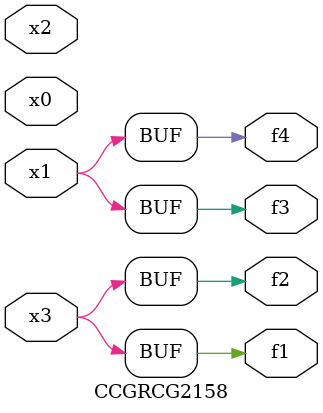
<source format=v>
module CCGRCG2158(
	input x0, x1, x2, x3,
	output f1, f2, f3, f4
);
	assign f1 = x3;
	assign f2 = x3;
	assign f3 = x1;
	assign f4 = x1;
endmodule

</source>
